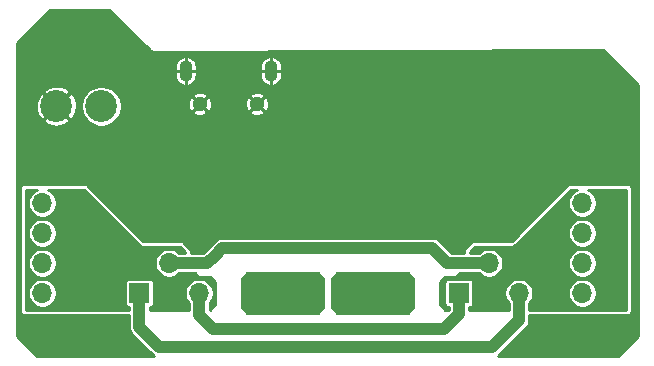
<source format=gbr>
%TF.GenerationSoftware,KiCad,Pcbnew,(5.1.7)-1*%
%TF.CreationDate,2021-01-13T20:41:06+01:00*%
%TF.ProjectId,MicroBBPS,4d696372-6f42-4425-9053-2e6b69636164,rev?*%
%TF.SameCoordinates,Original*%
%TF.FileFunction,Copper,L2,Bot*%
%TF.FilePolarity,Positive*%
%FSLAX46Y46*%
G04 Gerber Fmt 4.6, Leading zero omitted, Abs format (unit mm)*
G04 Created by KiCad (PCBNEW (5.1.7)-1) date 2021-01-13 20:41:06*
%MOMM*%
%LPD*%
G01*
G04 APERTURE LIST*
%TA.AperFunction,ComponentPad*%
%ADD10C,2.700000*%
%TD*%
%TA.AperFunction,ComponentPad*%
%ADD11O,1.100000X1.800000*%
%TD*%
%TA.AperFunction,ComponentPad*%
%ADD12C,1.290000*%
%TD*%
%TA.AperFunction,ComponentPad*%
%ADD13O,1.700000X1.700000*%
%TD*%
%TA.AperFunction,ComponentPad*%
%ADD14R,1.700000X1.700000*%
%TD*%
%TA.AperFunction,ViaPad*%
%ADD15C,0.800000*%
%TD*%
%TA.AperFunction,Conductor*%
%ADD16C,1.000000*%
%TD*%
%TA.AperFunction,Conductor*%
%ADD17C,0.250000*%
%TD*%
%TA.AperFunction,Conductor*%
%ADD18C,0.100000*%
%TD*%
%TA.AperFunction,Conductor*%
%ADD19C,0.254000*%
%TD*%
G04 APERTURE END LIST*
D10*
%TO.P,J5,2*%
%TO.N,GND*%
X1195000Y8200000D03*
%TO.P,J5,1*%
%TO.N,Net-(D2-Pad2)*%
X5005000Y8200000D03*
%TD*%
D11*
%TO.P,J2,6*%
%TO.N,GND*%
X19348000Y11182000D03*
X12148000Y11182000D03*
D12*
X18173000Y8382000D03*
X13323000Y8382000D03*
D11*
X12148000Y11182000D03*
%TD*%
D13*
%TO.P,J9,3*%
%TO.N,+3V3*%
X40355000Y-7620000D03*
%TO.P,J9,4*%
%TO.N,VS*%
X37815000Y-5080000D03*
%TO.P,J9,2*%
%TO.N,/VoutRight*%
X37815000Y-7620000D03*
D14*
%TO.P,J9,1*%
%TO.N,+5V*%
X35275000Y-7620000D03*
%TD*%
D13*
%TO.P,J8,3*%
%TO.N,+5V*%
X13280000Y-7620000D03*
%TO.P,J8,4*%
%TO.N,VS*%
X10740000Y-5080000D03*
%TO.P,J8,2*%
%TO.N,/VoutLeft*%
X10740000Y-7620000D03*
D14*
%TO.P,J8,1*%
%TO.N,+3V3*%
X8200000Y-7620000D03*
%TD*%
D13*
%TO.P,Right1,8*%
%TO.N,GND*%
X45720000Y-7620000D03*
%TO.P,Right1,7*%
%TO.N,/VoutRight*%
X48260000Y-7620000D03*
%TO.P,Right1,6*%
%TO.N,GND*%
X45720000Y-5080000D03*
%TO.P,Right1,5*%
%TO.N,/VoutRight*%
X48260000Y-5080000D03*
%TO.P,Right1,4*%
%TO.N,GND*%
X45720000Y-2540000D03*
%TO.P,Right1,3*%
%TO.N,/VoutRight*%
X48260000Y-2540000D03*
%TO.P,Right1,2*%
%TO.N,GND*%
X45720000Y0D03*
D14*
%TO.P,Right1,1*%
%TO.N,/VoutRight*%
X48260000Y0D03*
%TD*%
D13*
%TO.P,Left1,8*%
%TO.N,GND*%
X0Y-7620000D03*
%TO.P,Left1,7*%
%TO.N,/VoutLeft*%
X2540000Y-7620000D03*
%TO.P,Left1,6*%
%TO.N,GND*%
X0Y-5080000D03*
%TO.P,Left1,5*%
%TO.N,/VoutLeft*%
X2540000Y-5080000D03*
%TO.P,Left1,4*%
%TO.N,GND*%
X0Y-2540000D03*
%TO.P,Left1,3*%
%TO.N,/VoutLeft*%
X2540000Y-2540000D03*
%TO.P,Left1,2*%
%TO.N,GND*%
X0Y0D03*
D14*
%TO.P,Left1,1*%
%TO.N,/VoutLeft*%
X2540000Y0D03*
%TD*%
D15*
%TO.N,VS*%
X32258000Y-3810000D03*
X14605000Y-4445000D03*
%TO.N,Net-(F1-Pad2)*%
X17780000Y-7620000D03*
X20320000Y-7620000D03*
X19050000Y-7620000D03*
X17780000Y-8890000D03*
X19050000Y-6350000D03*
X17780000Y-6350000D03*
X20320000Y-6350000D03*
X20320000Y-8890000D03*
X19050000Y-8890000D03*
X21590000Y-8890000D03*
X22860000Y-7620000D03*
X21590000Y-7620000D03*
X22860000Y-6350000D03*
X21590000Y-6350000D03*
X22860000Y-8890000D03*
%TO.N,Net-(F2-Pad2)*%
X27940000Y-7620000D03*
X26670000Y-7620000D03*
X25400000Y-7620000D03*
X27940000Y-6350000D03*
X25400000Y-6350000D03*
X26670000Y-6350000D03*
X25400000Y-8890000D03*
X27940000Y-8890000D03*
X26670000Y-8890000D03*
X29210000Y-6350000D03*
X29210000Y-7620000D03*
X30480000Y-7620000D03*
X30480000Y-6350000D03*
X30480000Y-8890000D03*
X29210000Y-8890000D03*
%TD*%
D16*
%TO.N,+5V*%
X13280000Y-9470000D02*
X13280000Y-7620000D01*
X14478000Y-10668000D02*
X13280000Y-9470000D01*
X34036000Y-10668000D02*
X14478000Y-10668000D01*
X35275000Y-9429000D02*
X34036000Y-10668000D01*
X35275000Y-7620000D02*
X35275000Y-9429000D01*
%TO.N,VS*%
X34290000Y-5080000D02*
X37815000Y-5080000D01*
X33020000Y-3810000D02*
X34290000Y-5080000D01*
X10740000Y-5080000D02*
X13970000Y-5080000D01*
X32258000Y-3810000D02*
X33020000Y-3810000D01*
X15240000Y-3810000D02*
X32258000Y-3810000D01*
X14605000Y-4445000D02*
X15240000Y-3810000D01*
X13970000Y-5080000D02*
X14605000Y-4445000D01*
%TO.N,+3V3*%
X8200000Y-7620000D02*
X8200000Y-10486000D01*
X8200000Y-10486000D02*
X9906000Y-12192000D01*
X9906000Y-12192000D02*
X38100000Y-12192000D01*
X40355000Y-9937000D02*
X40355000Y-7620000D01*
X38100000Y-12192000D02*
X40355000Y-9937000D01*
%TD*%
D17*
%TO.N,Net-(F1-Pad2)*%
X23751000Y-6401776D02*
X23751000Y-8838224D01*
X23316224Y-9273000D01*
X17323776Y-9273000D01*
X16889000Y-8838224D01*
X16889000Y-6401776D01*
X17323776Y-5967000D01*
X23316224Y-5967000D01*
X23751000Y-6401776D01*
%TA.AperFunction,Conductor*%
D18*
G36*
X23751000Y-6401776D02*
G01*
X23751000Y-8838224D01*
X23316224Y-9273000D01*
X17323776Y-9273000D01*
X16889000Y-8838224D01*
X16889000Y-6401776D01*
X17323776Y-5967000D01*
X23316224Y-5967000D01*
X23751000Y-6401776D01*
G37*
%TD.AperFunction*%
%TD*%
D17*
%TO.N,Net-(F2-Pad2)*%
X31371000Y-6401776D02*
X31371000Y-8838224D01*
X30936224Y-9273000D01*
X24943776Y-9273000D01*
X24509000Y-8838224D01*
X24509000Y-6401776D01*
X24943776Y-5967000D01*
X30936224Y-5967000D01*
X31371000Y-6401776D01*
%TA.AperFunction,Conductor*%
D18*
G36*
X31371000Y-6401776D02*
G01*
X31371000Y-8838224D01*
X30936224Y-9273000D01*
X24943776Y-9273000D01*
X24509000Y-8838224D01*
X24509000Y-6401776D01*
X24943776Y-5967000D01*
X30936224Y-5967000D01*
X31371000Y-6401776D01*
G37*
%TD.AperFunction*%
%TD*%
D17*
%TO.N,GND*%
X9101737Y12938578D02*
X9114735Y12922847D01*
X9144724Y12898402D01*
X9174696Y12873804D01*
X9175288Y12873487D01*
X9175809Y12873063D01*
X9209963Y12854953D01*
X9244185Y12836661D01*
X9244830Y12836465D01*
X9245421Y12836152D01*
X9282480Y12825045D01*
X9319585Y12813789D01*
X9320252Y12813723D01*
X9320897Y12813530D01*
X9359657Y12809842D01*
X9397999Y12806066D01*
X9418298Y12808065D01*
X47459865Y12934450D01*
X50400000Y9994314D01*
X50400001Y-11264313D01*
X48729315Y-12935000D01*
X38566130Y-12935000D01*
X38588476Y-12923056D01*
X38721712Y-12813712D01*
X38749117Y-12780319D01*
X40943326Y-10586111D01*
X40976712Y-10558712D01*
X41086056Y-10425476D01*
X41167305Y-10273468D01*
X41217339Y-10108530D01*
X41230000Y-9979979D01*
X41230000Y-9979978D01*
X41234233Y-9937000D01*
X41230000Y-9894021D01*
X41230000Y-9519000D01*
X49530000Y-9519000D01*
X49603159Y-9511794D01*
X49673506Y-9490455D01*
X49738339Y-9455801D01*
X49795165Y-9409165D01*
X49841801Y-9352339D01*
X49876455Y-9287506D01*
X49897794Y-9217159D01*
X49905000Y-9144000D01*
X49905000Y1270000D01*
X49897794Y1343159D01*
X49876455Y1413506D01*
X49841801Y1478339D01*
X49795165Y1535165D01*
X49738339Y1581801D01*
X49673506Y1616455D01*
X49603159Y1637794D01*
X49530000Y1645000D01*
X44704000Y1645000D01*
X44630841Y1637794D01*
X44560494Y1616455D01*
X44495661Y1581801D01*
X44438835Y1535165D01*
X39722670Y-3181000D01*
X36576000Y-3181000D01*
X36502841Y-3188206D01*
X36432494Y-3209545D01*
X36367661Y-3244199D01*
X36310835Y-3290835D01*
X35802835Y-3798835D01*
X35756199Y-3855661D01*
X35721545Y-3920494D01*
X35700206Y-3990841D01*
X35693000Y-4064000D01*
X35693000Y-4205000D01*
X34652437Y-4205000D01*
X33669116Y-3221680D01*
X33641712Y-3188288D01*
X33508476Y-3078944D01*
X33356468Y-2997695D01*
X33191530Y-2947661D01*
X33062979Y-2935000D01*
X33020000Y-2930767D01*
X32977021Y-2935000D01*
X15282979Y-2935000D01*
X15240000Y-2930767D01*
X15197021Y-2935000D01*
X15068470Y-2947661D01*
X14903532Y-2997695D01*
X14751524Y-3078944D01*
X14618288Y-3188288D01*
X14590888Y-3221676D01*
X14016677Y-3795887D01*
X14016672Y-3795891D01*
X13607564Y-4205000D01*
X12567000Y-4205000D01*
X12567000Y-4064000D01*
X12559794Y-3990841D01*
X12538455Y-3920494D01*
X12503801Y-3855661D01*
X12457165Y-3798835D01*
X11949165Y-3290835D01*
X11892339Y-3244199D01*
X11827506Y-3209545D01*
X11757159Y-3188206D01*
X11684000Y-3181000D01*
X8537330Y-3181000D01*
X3821165Y1535165D01*
X3764339Y1581801D01*
X3699506Y1616455D01*
X3629159Y1637794D01*
X3556000Y1645000D01*
X-1524000Y1645000D01*
X-1597159Y1637794D01*
X-1667506Y1616455D01*
X-1732339Y1581801D01*
X-1789165Y1535165D01*
X-1835801Y1478339D01*
X-1870455Y1413506D01*
X-1891794Y1343159D01*
X-1899000Y1270000D01*
X-1899000Y-9144000D01*
X-1891794Y-9217159D01*
X-1870455Y-9287506D01*
X-1835801Y-9352339D01*
X-1789165Y-9409165D01*
X-1732339Y-9455801D01*
X-1667506Y-9490455D01*
X-1597159Y-9511794D01*
X-1524000Y-9519000D01*
X7325001Y-9519000D01*
X7325001Y-10443011D01*
X7320767Y-10486000D01*
X7337661Y-10657529D01*
X7387695Y-10822467D01*
X7425516Y-10893226D01*
X7468945Y-10974476D01*
X7578289Y-11107712D01*
X7611676Y-11135112D01*
X9256883Y-12780319D01*
X9284288Y-12813712D01*
X9417524Y-12923056D01*
X9439870Y-12935000D01*
X-469314Y-12935000D01*
X-2140000Y-11264315D01*
X-2140000Y7023087D01*
X53443Y7023087D01*
X196495Y6783144D01*
X492096Y6615570D01*
X814709Y6508885D01*
X1151937Y6467188D01*
X1490820Y6492083D01*
X1818334Y6582611D01*
X2121893Y6735295D01*
X2193505Y6783144D01*
X2336557Y7023087D01*
X1195000Y8164645D01*
X53443Y7023087D01*
X-2140000Y7023087D01*
X-2140000Y8243063D01*
X-537812Y8243063D01*
X-512917Y7904180D01*
X-422389Y7576666D01*
X-269705Y7273107D01*
X-221856Y7201495D01*
X18087Y7058443D01*
X1159645Y8200000D01*
X1230355Y8200000D01*
X2371913Y7058443D01*
X2611856Y7201495D01*
X2779430Y7497096D01*
X2886115Y7819709D01*
X2927812Y8156937D01*
X2912168Y8369898D01*
X3280000Y8369898D01*
X3280000Y8030102D01*
X3346290Y7696836D01*
X3476324Y7382906D01*
X3665105Y7100376D01*
X3905376Y6860105D01*
X4187906Y6671324D01*
X4501836Y6541290D01*
X4835102Y6475000D01*
X5174898Y6475000D01*
X5508164Y6541290D01*
X5822094Y6671324D01*
X6104624Y6860105D01*
X6344895Y7100376D01*
X6533676Y7382906D01*
X6663710Y7696836D01*
X6665555Y7706113D01*
X12682468Y7706113D01*
X12740963Y7538362D01*
X12916733Y7441023D01*
X13108114Y7379844D01*
X13307754Y7357178D01*
X13507980Y7373896D01*
X13701097Y7429353D01*
X13879684Y7521421D01*
X13905037Y7538362D01*
X13963532Y7706113D01*
X17532468Y7706113D01*
X17590963Y7538362D01*
X17766733Y7441023D01*
X17958114Y7379844D01*
X18157754Y7357178D01*
X18357980Y7373896D01*
X18551097Y7429353D01*
X18729684Y7521421D01*
X18755037Y7538362D01*
X18813532Y7706113D01*
X18173000Y8346645D01*
X17532468Y7706113D01*
X13963532Y7706113D01*
X13323000Y8346645D01*
X12682468Y7706113D01*
X6665555Y7706113D01*
X6730000Y8030102D01*
X6730000Y8369898D01*
X6724561Y8397246D01*
X12298178Y8397246D01*
X12314896Y8197020D01*
X12370353Y8003903D01*
X12462421Y7825316D01*
X12479362Y7799963D01*
X12647113Y7741468D01*
X13287645Y8382000D01*
X13358355Y8382000D01*
X13998887Y7741468D01*
X14166638Y7799963D01*
X14263977Y7975733D01*
X14325156Y8167114D01*
X14347822Y8366754D01*
X14345277Y8397246D01*
X17148178Y8397246D01*
X17164896Y8197020D01*
X17220353Y8003903D01*
X17312421Y7825316D01*
X17329362Y7799963D01*
X17497113Y7741468D01*
X18137645Y8382000D01*
X18208355Y8382000D01*
X18848887Y7741468D01*
X19016638Y7799963D01*
X19113977Y7975733D01*
X19175156Y8167114D01*
X19197822Y8366754D01*
X19181104Y8566980D01*
X19125647Y8760097D01*
X19033579Y8938684D01*
X19016638Y8964037D01*
X18848887Y9022532D01*
X18208355Y8382000D01*
X18137645Y8382000D01*
X17497113Y9022532D01*
X17329362Y8964037D01*
X17232023Y8788267D01*
X17170844Y8596886D01*
X17148178Y8397246D01*
X14345277Y8397246D01*
X14331104Y8566980D01*
X14275647Y8760097D01*
X14183579Y8938684D01*
X14166638Y8964037D01*
X13998887Y9022532D01*
X13358355Y8382000D01*
X13287645Y8382000D01*
X12647113Y9022532D01*
X12479362Y8964037D01*
X12382023Y8788267D01*
X12320844Y8596886D01*
X12298178Y8397246D01*
X6724561Y8397246D01*
X6663710Y8703164D01*
X6533676Y9017094D01*
X6506419Y9057887D01*
X12682468Y9057887D01*
X13323000Y8417355D01*
X13963532Y9057887D01*
X17532468Y9057887D01*
X18173000Y8417355D01*
X18813532Y9057887D01*
X18755037Y9225638D01*
X18579267Y9322977D01*
X18387886Y9384156D01*
X18188246Y9406822D01*
X17988020Y9390104D01*
X17794903Y9334647D01*
X17616316Y9242579D01*
X17590963Y9225638D01*
X17532468Y9057887D01*
X13963532Y9057887D01*
X13905037Y9225638D01*
X13729267Y9322977D01*
X13537886Y9384156D01*
X13338246Y9406822D01*
X13138020Y9390104D01*
X12944903Y9334647D01*
X12766316Y9242579D01*
X12740963Y9225638D01*
X12682468Y9057887D01*
X6506419Y9057887D01*
X6344895Y9299624D01*
X6104624Y9539895D01*
X5822094Y9728676D01*
X5508164Y9858710D01*
X5174898Y9925000D01*
X4835102Y9925000D01*
X4501836Y9858710D01*
X4187906Y9728676D01*
X3905376Y9539895D01*
X3665105Y9299624D01*
X3476324Y9017094D01*
X3346290Y8703164D01*
X3280000Y8369898D01*
X2912168Y8369898D01*
X2902917Y8495820D01*
X2812389Y8823334D01*
X2659705Y9126893D01*
X2611856Y9198505D01*
X2371913Y9341557D01*
X1230355Y8200000D01*
X1159645Y8200000D01*
X18087Y9341557D01*
X-221856Y9198505D01*
X-389430Y8902904D01*
X-496115Y8580291D01*
X-537812Y8243063D01*
X-2140000Y8243063D01*
X-2140000Y9376913D01*
X53443Y9376913D01*
X1195000Y8235355D01*
X2336557Y9376913D01*
X2193505Y9616856D01*
X1897904Y9784430D01*
X1575291Y9891115D01*
X1238063Y9932812D01*
X899180Y9907917D01*
X571666Y9817389D01*
X268107Y9664705D01*
X196495Y9616856D01*
X53443Y9376913D01*
X-2140000Y9376913D01*
X-2140000Y11157000D01*
X11223000Y11157000D01*
X11223000Y10807000D01*
X11245651Y10627022D01*
X11302979Y10454921D01*
X11392780Y10297311D01*
X11511604Y10160249D01*
X11654884Y10049002D01*
X11817114Y9967845D01*
X11978659Y9922633D01*
X12123000Y10001126D01*
X12123000Y11157000D01*
X12173000Y11157000D01*
X12173000Y10001126D01*
X12317341Y9922633D01*
X12478886Y9967845D01*
X12641116Y10049002D01*
X12784396Y10160249D01*
X12903220Y10297311D01*
X12993021Y10454921D01*
X13050349Y10627022D01*
X13073000Y10807000D01*
X13073000Y11157000D01*
X18423000Y11157000D01*
X18423000Y10807000D01*
X18445651Y10627022D01*
X18502979Y10454921D01*
X18592780Y10297311D01*
X18711604Y10160249D01*
X18854884Y10049002D01*
X19017114Y9967845D01*
X19178659Y9922633D01*
X19323000Y10001126D01*
X19323000Y11157000D01*
X19373000Y11157000D01*
X19373000Y10001126D01*
X19517341Y9922633D01*
X19678886Y9967845D01*
X19841116Y10049002D01*
X19984396Y10160249D01*
X20103220Y10297311D01*
X20193021Y10454921D01*
X20250349Y10627022D01*
X20273000Y10807000D01*
X20273000Y11157000D01*
X19373000Y11157000D01*
X19323000Y11157000D01*
X18423000Y11157000D01*
X13073000Y11157000D01*
X12173000Y11157000D01*
X12123000Y11157000D01*
X11223000Y11157000D01*
X-2140000Y11157000D01*
X-2140000Y11557000D01*
X11223000Y11557000D01*
X11223000Y11207000D01*
X12123000Y11207000D01*
X12123000Y12362874D01*
X12173000Y12362874D01*
X12173000Y11207000D01*
X13073000Y11207000D01*
X13073000Y11557000D01*
X18423000Y11557000D01*
X18423000Y11207000D01*
X19323000Y11207000D01*
X19323000Y12362874D01*
X19373000Y12362874D01*
X19373000Y11207000D01*
X20273000Y11207000D01*
X20273000Y11557000D01*
X20250349Y11736978D01*
X20193021Y11909079D01*
X20103220Y12066689D01*
X19984396Y12203751D01*
X19841116Y12314998D01*
X19678886Y12396155D01*
X19517341Y12441367D01*
X19373000Y12362874D01*
X19323000Y12362874D01*
X19178659Y12441367D01*
X19017114Y12396155D01*
X18854884Y12314998D01*
X18711604Y12203751D01*
X18592780Y12066689D01*
X18502979Y11909079D01*
X18445651Y11736978D01*
X18423000Y11557000D01*
X13073000Y11557000D01*
X13050349Y11736978D01*
X12993021Y11909079D01*
X12903220Y12066689D01*
X12784396Y12203751D01*
X12641116Y12314998D01*
X12478886Y12396155D01*
X12317341Y12441367D01*
X12173000Y12362874D01*
X12123000Y12362874D01*
X11978659Y12441367D01*
X11817114Y12396155D01*
X11654884Y12314998D01*
X11511604Y12203751D01*
X11392780Y12066689D01*
X11302979Y11909079D01*
X11245651Y11736978D01*
X11223000Y11557000D01*
X-2140000Y11557000D01*
X-2140000Y13550315D01*
X673686Y16364000D01*
X5676315Y16364000D01*
X9101737Y12938578D01*
%TA.AperFunction,Conductor*%
D18*
G36*
X9101737Y12938578D02*
G01*
X9114735Y12922847D01*
X9144724Y12898402D01*
X9174696Y12873804D01*
X9175288Y12873487D01*
X9175809Y12873063D01*
X9209963Y12854953D01*
X9244185Y12836661D01*
X9244830Y12836465D01*
X9245421Y12836152D01*
X9282480Y12825045D01*
X9319585Y12813789D01*
X9320252Y12813723D01*
X9320897Y12813530D01*
X9359657Y12809842D01*
X9397999Y12806066D01*
X9418298Y12808065D01*
X47459865Y12934450D01*
X50400000Y9994314D01*
X50400001Y-11264313D01*
X48729315Y-12935000D01*
X38566130Y-12935000D01*
X38588476Y-12923056D01*
X38721712Y-12813712D01*
X38749117Y-12780319D01*
X40943326Y-10586111D01*
X40976712Y-10558712D01*
X41086056Y-10425476D01*
X41167305Y-10273468D01*
X41217339Y-10108530D01*
X41230000Y-9979979D01*
X41230000Y-9979978D01*
X41234233Y-9937000D01*
X41230000Y-9894021D01*
X41230000Y-9519000D01*
X49530000Y-9519000D01*
X49603159Y-9511794D01*
X49673506Y-9490455D01*
X49738339Y-9455801D01*
X49795165Y-9409165D01*
X49841801Y-9352339D01*
X49876455Y-9287506D01*
X49897794Y-9217159D01*
X49905000Y-9144000D01*
X49905000Y1270000D01*
X49897794Y1343159D01*
X49876455Y1413506D01*
X49841801Y1478339D01*
X49795165Y1535165D01*
X49738339Y1581801D01*
X49673506Y1616455D01*
X49603159Y1637794D01*
X49530000Y1645000D01*
X44704000Y1645000D01*
X44630841Y1637794D01*
X44560494Y1616455D01*
X44495661Y1581801D01*
X44438835Y1535165D01*
X39722670Y-3181000D01*
X36576000Y-3181000D01*
X36502841Y-3188206D01*
X36432494Y-3209545D01*
X36367661Y-3244199D01*
X36310835Y-3290835D01*
X35802835Y-3798835D01*
X35756199Y-3855661D01*
X35721545Y-3920494D01*
X35700206Y-3990841D01*
X35693000Y-4064000D01*
X35693000Y-4205000D01*
X34652437Y-4205000D01*
X33669116Y-3221680D01*
X33641712Y-3188288D01*
X33508476Y-3078944D01*
X33356468Y-2997695D01*
X33191530Y-2947661D01*
X33062979Y-2935000D01*
X33020000Y-2930767D01*
X32977021Y-2935000D01*
X15282979Y-2935000D01*
X15240000Y-2930767D01*
X15197021Y-2935000D01*
X15068470Y-2947661D01*
X14903532Y-2997695D01*
X14751524Y-3078944D01*
X14618288Y-3188288D01*
X14590888Y-3221676D01*
X14016677Y-3795887D01*
X14016672Y-3795891D01*
X13607564Y-4205000D01*
X12567000Y-4205000D01*
X12567000Y-4064000D01*
X12559794Y-3990841D01*
X12538455Y-3920494D01*
X12503801Y-3855661D01*
X12457165Y-3798835D01*
X11949165Y-3290835D01*
X11892339Y-3244199D01*
X11827506Y-3209545D01*
X11757159Y-3188206D01*
X11684000Y-3181000D01*
X8537330Y-3181000D01*
X3821165Y1535165D01*
X3764339Y1581801D01*
X3699506Y1616455D01*
X3629159Y1637794D01*
X3556000Y1645000D01*
X-1524000Y1645000D01*
X-1597159Y1637794D01*
X-1667506Y1616455D01*
X-1732339Y1581801D01*
X-1789165Y1535165D01*
X-1835801Y1478339D01*
X-1870455Y1413506D01*
X-1891794Y1343159D01*
X-1899000Y1270000D01*
X-1899000Y-9144000D01*
X-1891794Y-9217159D01*
X-1870455Y-9287506D01*
X-1835801Y-9352339D01*
X-1789165Y-9409165D01*
X-1732339Y-9455801D01*
X-1667506Y-9490455D01*
X-1597159Y-9511794D01*
X-1524000Y-9519000D01*
X7325001Y-9519000D01*
X7325001Y-10443011D01*
X7320767Y-10486000D01*
X7337661Y-10657529D01*
X7387695Y-10822467D01*
X7425516Y-10893226D01*
X7468945Y-10974476D01*
X7578289Y-11107712D01*
X7611676Y-11135112D01*
X9256883Y-12780319D01*
X9284288Y-12813712D01*
X9417524Y-12923056D01*
X9439870Y-12935000D01*
X-469314Y-12935000D01*
X-2140000Y-11264315D01*
X-2140000Y7023087D01*
X53443Y7023087D01*
X196495Y6783144D01*
X492096Y6615570D01*
X814709Y6508885D01*
X1151937Y6467188D01*
X1490820Y6492083D01*
X1818334Y6582611D01*
X2121893Y6735295D01*
X2193505Y6783144D01*
X2336557Y7023087D01*
X1195000Y8164645D01*
X53443Y7023087D01*
X-2140000Y7023087D01*
X-2140000Y8243063D01*
X-537812Y8243063D01*
X-512917Y7904180D01*
X-422389Y7576666D01*
X-269705Y7273107D01*
X-221856Y7201495D01*
X18087Y7058443D01*
X1159645Y8200000D01*
X1230355Y8200000D01*
X2371913Y7058443D01*
X2611856Y7201495D01*
X2779430Y7497096D01*
X2886115Y7819709D01*
X2927812Y8156937D01*
X2912168Y8369898D01*
X3280000Y8369898D01*
X3280000Y8030102D01*
X3346290Y7696836D01*
X3476324Y7382906D01*
X3665105Y7100376D01*
X3905376Y6860105D01*
X4187906Y6671324D01*
X4501836Y6541290D01*
X4835102Y6475000D01*
X5174898Y6475000D01*
X5508164Y6541290D01*
X5822094Y6671324D01*
X6104624Y6860105D01*
X6344895Y7100376D01*
X6533676Y7382906D01*
X6663710Y7696836D01*
X6665555Y7706113D01*
X12682468Y7706113D01*
X12740963Y7538362D01*
X12916733Y7441023D01*
X13108114Y7379844D01*
X13307754Y7357178D01*
X13507980Y7373896D01*
X13701097Y7429353D01*
X13879684Y7521421D01*
X13905037Y7538362D01*
X13963532Y7706113D01*
X17532468Y7706113D01*
X17590963Y7538362D01*
X17766733Y7441023D01*
X17958114Y7379844D01*
X18157754Y7357178D01*
X18357980Y7373896D01*
X18551097Y7429353D01*
X18729684Y7521421D01*
X18755037Y7538362D01*
X18813532Y7706113D01*
X18173000Y8346645D01*
X17532468Y7706113D01*
X13963532Y7706113D01*
X13323000Y8346645D01*
X12682468Y7706113D01*
X6665555Y7706113D01*
X6730000Y8030102D01*
X6730000Y8369898D01*
X6724561Y8397246D01*
X12298178Y8397246D01*
X12314896Y8197020D01*
X12370353Y8003903D01*
X12462421Y7825316D01*
X12479362Y7799963D01*
X12647113Y7741468D01*
X13287645Y8382000D01*
X13358355Y8382000D01*
X13998887Y7741468D01*
X14166638Y7799963D01*
X14263977Y7975733D01*
X14325156Y8167114D01*
X14347822Y8366754D01*
X14345277Y8397246D01*
X17148178Y8397246D01*
X17164896Y8197020D01*
X17220353Y8003903D01*
X17312421Y7825316D01*
X17329362Y7799963D01*
X17497113Y7741468D01*
X18137645Y8382000D01*
X18208355Y8382000D01*
X18848887Y7741468D01*
X19016638Y7799963D01*
X19113977Y7975733D01*
X19175156Y8167114D01*
X19197822Y8366754D01*
X19181104Y8566980D01*
X19125647Y8760097D01*
X19033579Y8938684D01*
X19016638Y8964037D01*
X18848887Y9022532D01*
X18208355Y8382000D01*
X18137645Y8382000D01*
X17497113Y9022532D01*
X17329362Y8964037D01*
X17232023Y8788267D01*
X17170844Y8596886D01*
X17148178Y8397246D01*
X14345277Y8397246D01*
X14331104Y8566980D01*
X14275647Y8760097D01*
X14183579Y8938684D01*
X14166638Y8964037D01*
X13998887Y9022532D01*
X13358355Y8382000D01*
X13287645Y8382000D01*
X12647113Y9022532D01*
X12479362Y8964037D01*
X12382023Y8788267D01*
X12320844Y8596886D01*
X12298178Y8397246D01*
X6724561Y8397246D01*
X6663710Y8703164D01*
X6533676Y9017094D01*
X6506419Y9057887D01*
X12682468Y9057887D01*
X13323000Y8417355D01*
X13963532Y9057887D01*
X17532468Y9057887D01*
X18173000Y8417355D01*
X18813532Y9057887D01*
X18755037Y9225638D01*
X18579267Y9322977D01*
X18387886Y9384156D01*
X18188246Y9406822D01*
X17988020Y9390104D01*
X17794903Y9334647D01*
X17616316Y9242579D01*
X17590963Y9225638D01*
X17532468Y9057887D01*
X13963532Y9057887D01*
X13905037Y9225638D01*
X13729267Y9322977D01*
X13537886Y9384156D01*
X13338246Y9406822D01*
X13138020Y9390104D01*
X12944903Y9334647D01*
X12766316Y9242579D01*
X12740963Y9225638D01*
X12682468Y9057887D01*
X6506419Y9057887D01*
X6344895Y9299624D01*
X6104624Y9539895D01*
X5822094Y9728676D01*
X5508164Y9858710D01*
X5174898Y9925000D01*
X4835102Y9925000D01*
X4501836Y9858710D01*
X4187906Y9728676D01*
X3905376Y9539895D01*
X3665105Y9299624D01*
X3476324Y9017094D01*
X3346290Y8703164D01*
X3280000Y8369898D01*
X2912168Y8369898D01*
X2902917Y8495820D01*
X2812389Y8823334D01*
X2659705Y9126893D01*
X2611856Y9198505D01*
X2371913Y9341557D01*
X1230355Y8200000D01*
X1159645Y8200000D01*
X18087Y9341557D01*
X-221856Y9198505D01*
X-389430Y8902904D01*
X-496115Y8580291D01*
X-537812Y8243063D01*
X-2140000Y8243063D01*
X-2140000Y9376913D01*
X53443Y9376913D01*
X1195000Y8235355D01*
X2336557Y9376913D01*
X2193505Y9616856D01*
X1897904Y9784430D01*
X1575291Y9891115D01*
X1238063Y9932812D01*
X899180Y9907917D01*
X571666Y9817389D01*
X268107Y9664705D01*
X196495Y9616856D01*
X53443Y9376913D01*
X-2140000Y9376913D01*
X-2140000Y11157000D01*
X11223000Y11157000D01*
X11223000Y10807000D01*
X11245651Y10627022D01*
X11302979Y10454921D01*
X11392780Y10297311D01*
X11511604Y10160249D01*
X11654884Y10049002D01*
X11817114Y9967845D01*
X11978659Y9922633D01*
X12123000Y10001126D01*
X12123000Y11157000D01*
X12173000Y11157000D01*
X12173000Y10001126D01*
X12317341Y9922633D01*
X12478886Y9967845D01*
X12641116Y10049002D01*
X12784396Y10160249D01*
X12903220Y10297311D01*
X12993021Y10454921D01*
X13050349Y10627022D01*
X13073000Y10807000D01*
X13073000Y11157000D01*
X18423000Y11157000D01*
X18423000Y10807000D01*
X18445651Y10627022D01*
X18502979Y10454921D01*
X18592780Y10297311D01*
X18711604Y10160249D01*
X18854884Y10049002D01*
X19017114Y9967845D01*
X19178659Y9922633D01*
X19323000Y10001126D01*
X19323000Y11157000D01*
X19373000Y11157000D01*
X19373000Y10001126D01*
X19517341Y9922633D01*
X19678886Y9967845D01*
X19841116Y10049002D01*
X19984396Y10160249D01*
X20103220Y10297311D01*
X20193021Y10454921D01*
X20250349Y10627022D01*
X20273000Y10807000D01*
X20273000Y11157000D01*
X19373000Y11157000D01*
X19323000Y11157000D01*
X18423000Y11157000D01*
X13073000Y11157000D01*
X12173000Y11157000D01*
X12123000Y11157000D01*
X11223000Y11157000D01*
X-2140000Y11157000D01*
X-2140000Y11557000D01*
X11223000Y11557000D01*
X11223000Y11207000D01*
X12123000Y11207000D01*
X12123000Y12362874D01*
X12173000Y12362874D01*
X12173000Y11207000D01*
X13073000Y11207000D01*
X13073000Y11557000D01*
X18423000Y11557000D01*
X18423000Y11207000D01*
X19323000Y11207000D01*
X19323000Y12362874D01*
X19373000Y12362874D01*
X19373000Y11207000D01*
X20273000Y11207000D01*
X20273000Y11557000D01*
X20250349Y11736978D01*
X20193021Y11909079D01*
X20103220Y12066689D01*
X19984396Y12203751D01*
X19841116Y12314998D01*
X19678886Y12396155D01*
X19517341Y12441367D01*
X19373000Y12362874D01*
X19323000Y12362874D01*
X19178659Y12441367D01*
X19017114Y12396155D01*
X18854884Y12314998D01*
X18711604Y12203751D01*
X18592780Y12066689D01*
X18502979Y11909079D01*
X18445651Y11736978D01*
X18423000Y11557000D01*
X13073000Y11557000D01*
X13050349Y11736978D01*
X12993021Y11909079D01*
X12903220Y12066689D01*
X12784396Y12203751D01*
X12641116Y12314998D01*
X12478886Y12396155D01*
X12317341Y12441367D01*
X12173000Y12362874D01*
X12123000Y12362874D01*
X11978659Y12441367D01*
X11817114Y12396155D01*
X11654884Y12314998D01*
X11511604Y12203751D01*
X11392780Y12066689D01*
X11302979Y11909079D01*
X11245651Y11736978D01*
X11223000Y11557000D01*
X-2140000Y11557000D01*
X-2140000Y13550315D01*
X673686Y16364000D01*
X5676315Y16364000D01*
X9101737Y12938578D01*
G37*
%TD.AperFunction*%
%TD*%
D19*
%TO.N,/VoutLeft*%
X-581202Y1087353D02*
X-782167Y953073D01*
X-953073Y782167D01*
X-1087353Y581202D01*
X-1179847Y357903D01*
X-1227000Y120849D01*
X-1227000Y-120849D01*
X-1179847Y-357903D01*
X-1087353Y-581202D01*
X-953073Y-782167D01*
X-782167Y-953073D01*
X-581202Y-1087353D01*
X-357903Y-1179847D01*
X-120849Y-1227000D01*
X120849Y-1227000D01*
X357903Y-1179847D01*
X581202Y-1087353D01*
X782167Y-953073D01*
X953073Y-782167D01*
X1087353Y-581202D01*
X1179847Y-357903D01*
X1227000Y-120849D01*
X1227000Y120849D01*
X1179847Y357903D01*
X1087353Y581202D01*
X953073Y782167D01*
X782167Y953073D01*
X581202Y1087353D01*
X446859Y1143000D01*
X3503394Y1143000D01*
X8292197Y-3645803D01*
X8311443Y-3661597D01*
X8333399Y-3673333D01*
X8357224Y-3680560D01*
X8382000Y-3683000D01*
X11631394Y-3683000D01*
X12065000Y-4116606D01*
X12065000Y-4203000D01*
X11598240Y-4203000D01*
X11522167Y-4126927D01*
X11321202Y-3992647D01*
X11097903Y-3900153D01*
X10860849Y-3853000D01*
X10619151Y-3853000D01*
X10382097Y-3900153D01*
X10158798Y-3992647D01*
X9957833Y-4126927D01*
X9786927Y-4297833D01*
X9652647Y-4498798D01*
X9560153Y-4722097D01*
X9513000Y-4959151D01*
X9513000Y-5200849D01*
X9560153Y-5437903D01*
X9652647Y-5661202D01*
X9786927Y-5862167D01*
X9957833Y-6033073D01*
X10158798Y-6167353D01*
X10382097Y-6259847D01*
X10619151Y-6307000D01*
X10860849Y-6307000D01*
X11097903Y-6259847D01*
X11321202Y-6167353D01*
X11522167Y-6033073D01*
X11598240Y-5957000D01*
X12889394Y-5957000D01*
X13118197Y-6185803D01*
X13137443Y-6201597D01*
X13159399Y-6213333D01*
X13183224Y-6220560D01*
X13208000Y-6223000D01*
X14171394Y-6223000D01*
X14605000Y-6656606D01*
X14605000Y-8583394D01*
X14171394Y-9017000D01*
X14157000Y-9017000D01*
X14157000Y-8478240D01*
X14233073Y-8402167D01*
X14367353Y-8201202D01*
X14459847Y-7977903D01*
X14507000Y-7740849D01*
X14507000Y-7499151D01*
X14459847Y-7262097D01*
X14367353Y-7038798D01*
X14233073Y-6837833D01*
X14062167Y-6666927D01*
X13861202Y-6532647D01*
X13637903Y-6440153D01*
X13400849Y-6393000D01*
X13159151Y-6393000D01*
X12922097Y-6440153D01*
X12698798Y-6532647D01*
X12497833Y-6666927D01*
X12326927Y-6837833D01*
X12192647Y-7038798D01*
X12100153Y-7262097D01*
X12053000Y-7499151D01*
X12053000Y-7740849D01*
X12100153Y-7977903D01*
X12192647Y-8201202D01*
X12326927Y-8402167D01*
X12403001Y-8478241D01*
X12403000Y-9017000D01*
X9077000Y-9017000D01*
X9077000Y-8846165D01*
X9123905Y-8841545D01*
X9194970Y-8819988D01*
X9260463Y-8784981D01*
X9317869Y-8737869D01*
X9364981Y-8680463D01*
X9399988Y-8614970D01*
X9421545Y-8543905D01*
X9428824Y-8470000D01*
X9428824Y-6770000D01*
X9421545Y-6696095D01*
X9399988Y-6625030D01*
X9364981Y-6559537D01*
X9317869Y-6502131D01*
X9260463Y-6455019D01*
X9194970Y-6420012D01*
X9123905Y-6398455D01*
X9050000Y-6391176D01*
X7350000Y-6391176D01*
X7276095Y-6398455D01*
X7205030Y-6420012D01*
X7139537Y-6455019D01*
X7082131Y-6502131D01*
X7035019Y-6559537D01*
X7000012Y-6625030D01*
X6978455Y-6696095D01*
X6971176Y-6770000D01*
X6971176Y-8470000D01*
X6978455Y-8543905D01*
X7000012Y-8614970D01*
X7035019Y-8680463D01*
X7082131Y-8737869D01*
X7139537Y-8784981D01*
X7205030Y-8819988D01*
X7276095Y-8841545D01*
X7323000Y-8846165D01*
X7323000Y-9017000D01*
X-1397000Y-9017000D01*
X-1397000Y-7499151D01*
X-1227000Y-7499151D01*
X-1227000Y-7740849D01*
X-1179847Y-7977903D01*
X-1087353Y-8201202D01*
X-953073Y-8402167D01*
X-782167Y-8573073D01*
X-581202Y-8707353D01*
X-357903Y-8799847D01*
X-120849Y-8847000D01*
X120849Y-8847000D01*
X357903Y-8799847D01*
X581202Y-8707353D01*
X782167Y-8573073D01*
X953073Y-8402167D01*
X1087353Y-8201202D01*
X1179847Y-7977903D01*
X1227000Y-7740849D01*
X1227000Y-7499151D01*
X1179847Y-7262097D01*
X1087353Y-7038798D01*
X953073Y-6837833D01*
X782167Y-6666927D01*
X581202Y-6532647D01*
X357903Y-6440153D01*
X120849Y-6393000D01*
X-120849Y-6393000D01*
X-357903Y-6440153D01*
X-581202Y-6532647D01*
X-782167Y-6666927D01*
X-953073Y-6837833D01*
X-1087353Y-7038798D01*
X-1179847Y-7262097D01*
X-1227000Y-7499151D01*
X-1397000Y-7499151D01*
X-1397000Y-4959151D01*
X-1227000Y-4959151D01*
X-1227000Y-5200849D01*
X-1179847Y-5437903D01*
X-1087353Y-5661202D01*
X-953073Y-5862167D01*
X-782167Y-6033073D01*
X-581202Y-6167353D01*
X-357903Y-6259847D01*
X-120849Y-6307000D01*
X120849Y-6307000D01*
X357903Y-6259847D01*
X581202Y-6167353D01*
X782167Y-6033073D01*
X953073Y-5862167D01*
X1087353Y-5661202D01*
X1179847Y-5437903D01*
X1227000Y-5200849D01*
X1227000Y-4959151D01*
X1179847Y-4722097D01*
X1087353Y-4498798D01*
X953073Y-4297833D01*
X782167Y-4126927D01*
X581202Y-3992647D01*
X357903Y-3900153D01*
X120849Y-3853000D01*
X-120849Y-3853000D01*
X-357903Y-3900153D01*
X-581202Y-3992647D01*
X-782167Y-4126927D01*
X-953073Y-4297833D01*
X-1087353Y-4498798D01*
X-1179847Y-4722097D01*
X-1227000Y-4959151D01*
X-1397000Y-4959151D01*
X-1397000Y-2419151D01*
X-1227000Y-2419151D01*
X-1227000Y-2660849D01*
X-1179847Y-2897903D01*
X-1087353Y-3121202D01*
X-953073Y-3322167D01*
X-782167Y-3493073D01*
X-581202Y-3627353D01*
X-357903Y-3719847D01*
X-120849Y-3767000D01*
X120849Y-3767000D01*
X357903Y-3719847D01*
X581202Y-3627353D01*
X782167Y-3493073D01*
X953073Y-3322167D01*
X1087353Y-3121202D01*
X1179847Y-2897903D01*
X1227000Y-2660849D01*
X1227000Y-2419151D01*
X1179847Y-2182097D01*
X1087353Y-1958798D01*
X953073Y-1757833D01*
X782167Y-1586927D01*
X581202Y-1452647D01*
X357903Y-1360153D01*
X120849Y-1313000D01*
X-120849Y-1313000D01*
X-357903Y-1360153D01*
X-581202Y-1452647D01*
X-782167Y-1586927D01*
X-953073Y-1757833D01*
X-1087353Y-1958798D01*
X-1179847Y-2182097D01*
X-1227000Y-2419151D01*
X-1397000Y-2419151D01*
X-1397000Y1143000D01*
X-446859Y1143000D01*
X-581202Y1087353D01*
%TA.AperFunction,Conductor*%
D18*
G36*
X-581202Y1087353D02*
G01*
X-782167Y953073D01*
X-953073Y782167D01*
X-1087353Y581202D01*
X-1179847Y357903D01*
X-1227000Y120849D01*
X-1227000Y-120849D01*
X-1179847Y-357903D01*
X-1087353Y-581202D01*
X-953073Y-782167D01*
X-782167Y-953073D01*
X-581202Y-1087353D01*
X-357903Y-1179847D01*
X-120849Y-1227000D01*
X120849Y-1227000D01*
X357903Y-1179847D01*
X581202Y-1087353D01*
X782167Y-953073D01*
X953073Y-782167D01*
X1087353Y-581202D01*
X1179847Y-357903D01*
X1227000Y-120849D01*
X1227000Y120849D01*
X1179847Y357903D01*
X1087353Y581202D01*
X953073Y782167D01*
X782167Y953073D01*
X581202Y1087353D01*
X446859Y1143000D01*
X3503394Y1143000D01*
X8292197Y-3645803D01*
X8311443Y-3661597D01*
X8333399Y-3673333D01*
X8357224Y-3680560D01*
X8382000Y-3683000D01*
X11631394Y-3683000D01*
X12065000Y-4116606D01*
X12065000Y-4203000D01*
X11598240Y-4203000D01*
X11522167Y-4126927D01*
X11321202Y-3992647D01*
X11097903Y-3900153D01*
X10860849Y-3853000D01*
X10619151Y-3853000D01*
X10382097Y-3900153D01*
X10158798Y-3992647D01*
X9957833Y-4126927D01*
X9786927Y-4297833D01*
X9652647Y-4498798D01*
X9560153Y-4722097D01*
X9513000Y-4959151D01*
X9513000Y-5200849D01*
X9560153Y-5437903D01*
X9652647Y-5661202D01*
X9786927Y-5862167D01*
X9957833Y-6033073D01*
X10158798Y-6167353D01*
X10382097Y-6259847D01*
X10619151Y-6307000D01*
X10860849Y-6307000D01*
X11097903Y-6259847D01*
X11321202Y-6167353D01*
X11522167Y-6033073D01*
X11598240Y-5957000D01*
X12889394Y-5957000D01*
X13118197Y-6185803D01*
X13137443Y-6201597D01*
X13159399Y-6213333D01*
X13183224Y-6220560D01*
X13208000Y-6223000D01*
X14171394Y-6223000D01*
X14605000Y-6656606D01*
X14605000Y-8583394D01*
X14171394Y-9017000D01*
X14157000Y-9017000D01*
X14157000Y-8478240D01*
X14233073Y-8402167D01*
X14367353Y-8201202D01*
X14459847Y-7977903D01*
X14507000Y-7740849D01*
X14507000Y-7499151D01*
X14459847Y-7262097D01*
X14367353Y-7038798D01*
X14233073Y-6837833D01*
X14062167Y-6666927D01*
X13861202Y-6532647D01*
X13637903Y-6440153D01*
X13400849Y-6393000D01*
X13159151Y-6393000D01*
X12922097Y-6440153D01*
X12698798Y-6532647D01*
X12497833Y-6666927D01*
X12326927Y-6837833D01*
X12192647Y-7038798D01*
X12100153Y-7262097D01*
X12053000Y-7499151D01*
X12053000Y-7740849D01*
X12100153Y-7977903D01*
X12192647Y-8201202D01*
X12326927Y-8402167D01*
X12403001Y-8478241D01*
X12403000Y-9017000D01*
X9077000Y-9017000D01*
X9077000Y-8846165D01*
X9123905Y-8841545D01*
X9194970Y-8819988D01*
X9260463Y-8784981D01*
X9317869Y-8737869D01*
X9364981Y-8680463D01*
X9399988Y-8614970D01*
X9421545Y-8543905D01*
X9428824Y-8470000D01*
X9428824Y-6770000D01*
X9421545Y-6696095D01*
X9399988Y-6625030D01*
X9364981Y-6559537D01*
X9317869Y-6502131D01*
X9260463Y-6455019D01*
X9194970Y-6420012D01*
X9123905Y-6398455D01*
X9050000Y-6391176D01*
X7350000Y-6391176D01*
X7276095Y-6398455D01*
X7205030Y-6420012D01*
X7139537Y-6455019D01*
X7082131Y-6502131D01*
X7035019Y-6559537D01*
X7000012Y-6625030D01*
X6978455Y-6696095D01*
X6971176Y-6770000D01*
X6971176Y-8470000D01*
X6978455Y-8543905D01*
X7000012Y-8614970D01*
X7035019Y-8680463D01*
X7082131Y-8737869D01*
X7139537Y-8784981D01*
X7205030Y-8819988D01*
X7276095Y-8841545D01*
X7323000Y-8846165D01*
X7323000Y-9017000D01*
X-1397000Y-9017000D01*
X-1397000Y-7499151D01*
X-1227000Y-7499151D01*
X-1227000Y-7740849D01*
X-1179847Y-7977903D01*
X-1087353Y-8201202D01*
X-953073Y-8402167D01*
X-782167Y-8573073D01*
X-581202Y-8707353D01*
X-357903Y-8799847D01*
X-120849Y-8847000D01*
X120849Y-8847000D01*
X357903Y-8799847D01*
X581202Y-8707353D01*
X782167Y-8573073D01*
X953073Y-8402167D01*
X1087353Y-8201202D01*
X1179847Y-7977903D01*
X1227000Y-7740849D01*
X1227000Y-7499151D01*
X1179847Y-7262097D01*
X1087353Y-7038798D01*
X953073Y-6837833D01*
X782167Y-6666927D01*
X581202Y-6532647D01*
X357903Y-6440153D01*
X120849Y-6393000D01*
X-120849Y-6393000D01*
X-357903Y-6440153D01*
X-581202Y-6532647D01*
X-782167Y-6666927D01*
X-953073Y-6837833D01*
X-1087353Y-7038798D01*
X-1179847Y-7262097D01*
X-1227000Y-7499151D01*
X-1397000Y-7499151D01*
X-1397000Y-4959151D01*
X-1227000Y-4959151D01*
X-1227000Y-5200849D01*
X-1179847Y-5437903D01*
X-1087353Y-5661202D01*
X-953073Y-5862167D01*
X-782167Y-6033073D01*
X-581202Y-6167353D01*
X-357903Y-6259847D01*
X-120849Y-6307000D01*
X120849Y-6307000D01*
X357903Y-6259847D01*
X581202Y-6167353D01*
X782167Y-6033073D01*
X953073Y-5862167D01*
X1087353Y-5661202D01*
X1179847Y-5437903D01*
X1227000Y-5200849D01*
X1227000Y-4959151D01*
X1179847Y-4722097D01*
X1087353Y-4498798D01*
X953073Y-4297833D01*
X782167Y-4126927D01*
X581202Y-3992647D01*
X357903Y-3900153D01*
X120849Y-3853000D01*
X-120849Y-3853000D01*
X-357903Y-3900153D01*
X-581202Y-3992647D01*
X-782167Y-4126927D01*
X-953073Y-4297833D01*
X-1087353Y-4498798D01*
X-1179847Y-4722097D01*
X-1227000Y-4959151D01*
X-1397000Y-4959151D01*
X-1397000Y-2419151D01*
X-1227000Y-2419151D01*
X-1227000Y-2660849D01*
X-1179847Y-2897903D01*
X-1087353Y-3121202D01*
X-953073Y-3322167D01*
X-782167Y-3493073D01*
X-581202Y-3627353D01*
X-357903Y-3719847D01*
X-120849Y-3767000D01*
X120849Y-3767000D01*
X357903Y-3719847D01*
X581202Y-3627353D01*
X782167Y-3493073D01*
X953073Y-3322167D01*
X1087353Y-3121202D01*
X1179847Y-2897903D01*
X1227000Y-2660849D01*
X1227000Y-2419151D01*
X1179847Y-2182097D01*
X1087353Y-1958798D01*
X953073Y-1757833D01*
X782167Y-1586927D01*
X581202Y-1452647D01*
X357903Y-1360153D01*
X120849Y-1313000D01*
X-120849Y-1313000D01*
X-357903Y-1360153D01*
X-581202Y-1452647D01*
X-782167Y-1586927D01*
X-953073Y-1757833D01*
X-1087353Y-1958798D01*
X-1179847Y-2182097D01*
X-1227000Y-2419151D01*
X-1397000Y-2419151D01*
X-1397000Y1143000D01*
X-446859Y1143000D01*
X-581202Y1087353D01*
G37*
%TD.AperFunction*%
%TD*%
D19*
%TO.N,/VoutRight*%
X45138798Y1087353D02*
X44937833Y953073D01*
X44766927Y782167D01*
X44632647Y581202D01*
X44540153Y357903D01*
X44493000Y120849D01*
X44493000Y-120849D01*
X44540153Y-357903D01*
X44632647Y-581202D01*
X44766927Y-782167D01*
X44937833Y-953073D01*
X45138798Y-1087353D01*
X45362097Y-1179847D01*
X45599151Y-1227000D01*
X45840849Y-1227000D01*
X46077903Y-1179847D01*
X46301202Y-1087353D01*
X46502167Y-953073D01*
X46673073Y-782167D01*
X46807353Y-581202D01*
X46899847Y-357903D01*
X46947000Y-120849D01*
X46947000Y120849D01*
X46899847Y357903D01*
X46807353Y581202D01*
X46673073Y782167D01*
X46502167Y953073D01*
X46301202Y1087353D01*
X46166859Y1143000D01*
X49403000Y1143000D01*
X49403000Y-9017000D01*
X41232000Y-9017000D01*
X41232000Y-8478240D01*
X41308073Y-8402167D01*
X41442353Y-8201202D01*
X41534847Y-7977903D01*
X41582000Y-7740849D01*
X41582000Y-7499151D01*
X44493000Y-7499151D01*
X44493000Y-7740849D01*
X44540153Y-7977903D01*
X44632647Y-8201202D01*
X44766927Y-8402167D01*
X44937833Y-8573073D01*
X45138798Y-8707353D01*
X45362097Y-8799847D01*
X45599151Y-8847000D01*
X45840849Y-8847000D01*
X46077903Y-8799847D01*
X46301202Y-8707353D01*
X46502167Y-8573073D01*
X46673073Y-8402167D01*
X46807353Y-8201202D01*
X46899847Y-7977903D01*
X46947000Y-7740849D01*
X46947000Y-7499151D01*
X46899847Y-7262097D01*
X46807353Y-7038798D01*
X46673073Y-6837833D01*
X46502167Y-6666927D01*
X46301202Y-6532647D01*
X46077903Y-6440153D01*
X45840849Y-6393000D01*
X45599151Y-6393000D01*
X45362097Y-6440153D01*
X45138798Y-6532647D01*
X44937833Y-6666927D01*
X44766927Y-6837833D01*
X44632647Y-7038798D01*
X44540153Y-7262097D01*
X44493000Y-7499151D01*
X41582000Y-7499151D01*
X41534847Y-7262097D01*
X41442353Y-7038798D01*
X41308073Y-6837833D01*
X41137167Y-6666927D01*
X40936202Y-6532647D01*
X40712903Y-6440153D01*
X40475849Y-6393000D01*
X40234151Y-6393000D01*
X39997097Y-6440153D01*
X39773798Y-6532647D01*
X39572833Y-6666927D01*
X39401927Y-6837833D01*
X39267647Y-7038798D01*
X39175153Y-7262097D01*
X39128000Y-7499151D01*
X39128000Y-7740849D01*
X39175153Y-7977903D01*
X39267647Y-8201202D01*
X39401927Y-8402167D01*
X39478001Y-8478241D01*
X39478001Y-9017000D01*
X36152000Y-9017000D01*
X36152000Y-8846165D01*
X36198905Y-8841545D01*
X36269970Y-8819988D01*
X36335463Y-8784981D01*
X36392869Y-8737869D01*
X36439981Y-8680463D01*
X36474988Y-8614970D01*
X36496545Y-8543905D01*
X36503824Y-8470000D01*
X36503824Y-6770000D01*
X36496545Y-6696095D01*
X36474988Y-6625030D01*
X36439981Y-6559537D01*
X36392869Y-6502131D01*
X36335463Y-6455019D01*
X36269970Y-6420012D01*
X36198905Y-6398455D01*
X36125000Y-6391176D01*
X34425000Y-6391176D01*
X34351095Y-6398455D01*
X34280030Y-6420012D01*
X34214537Y-6455019D01*
X34157131Y-6502131D01*
X34110019Y-6559537D01*
X34075012Y-6625030D01*
X34053455Y-6696095D01*
X34046176Y-6770000D01*
X34046176Y-8470000D01*
X34053455Y-8543905D01*
X34075012Y-8614970D01*
X34110019Y-8680463D01*
X34157131Y-8737869D01*
X34214537Y-8784981D01*
X34280030Y-8819988D01*
X34351095Y-8841545D01*
X34398001Y-8846165D01*
X34398001Y-9017000D01*
X34088606Y-9017000D01*
X33655000Y-8583394D01*
X33655000Y-6656606D01*
X34088606Y-6223000D01*
X35052000Y-6223000D01*
X35076776Y-6220560D01*
X35100601Y-6213333D01*
X35122557Y-6201597D01*
X35141803Y-6185803D01*
X35370606Y-5957000D01*
X36956760Y-5957000D01*
X37032833Y-6033073D01*
X37233798Y-6167353D01*
X37457097Y-6259847D01*
X37694151Y-6307000D01*
X37935849Y-6307000D01*
X38172903Y-6259847D01*
X38396202Y-6167353D01*
X38597167Y-6033073D01*
X38768073Y-5862167D01*
X38902353Y-5661202D01*
X38994847Y-5437903D01*
X39042000Y-5200849D01*
X39042000Y-4959151D01*
X44493000Y-4959151D01*
X44493000Y-5200849D01*
X44540153Y-5437903D01*
X44632647Y-5661202D01*
X44766927Y-5862167D01*
X44937833Y-6033073D01*
X45138798Y-6167353D01*
X45362097Y-6259847D01*
X45599151Y-6307000D01*
X45840849Y-6307000D01*
X46077903Y-6259847D01*
X46301202Y-6167353D01*
X46502167Y-6033073D01*
X46673073Y-5862167D01*
X46807353Y-5661202D01*
X46899847Y-5437903D01*
X46947000Y-5200849D01*
X46947000Y-4959151D01*
X46899847Y-4722097D01*
X46807353Y-4498798D01*
X46673073Y-4297833D01*
X46502167Y-4126927D01*
X46301202Y-3992647D01*
X46077903Y-3900153D01*
X45840849Y-3853000D01*
X45599151Y-3853000D01*
X45362097Y-3900153D01*
X45138798Y-3992647D01*
X44937833Y-4126927D01*
X44766927Y-4297833D01*
X44632647Y-4498798D01*
X44540153Y-4722097D01*
X44493000Y-4959151D01*
X39042000Y-4959151D01*
X38994847Y-4722097D01*
X38902353Y-4498798D01*
X38768073Y-4297833D01*
X38597167Y-4126927D01*
X38396202Y-3992647D01*
X38172903Y-3900153D01*
X37935849Y-3853000D01*
X37694151Y-3853000D01*
X37457097Y-3900153D01*
X37233798Y-3992647D01*
X37032833Y-4126927D01*
X36956760Y-4203000D01*
X36195000Y-4203000D01*
X36195000Y-4116606D01*
X36628606Y-3683000D01*
X39878000Y-3683000D01*
X39902776Y-3680560D01*
X39926601Y-3673333D01*
X39948557Y-3661597D01*
X39967803Y-3645803D01*
X41194455Y-2419151D01*
X44493000Y-2419151D01*
X44493000Y-2660849D01*
X44540153Y-2897903D01*
X44632647Y-3121202D01*
X44766927Y-3322167D01*
X44937833Y-3493073D01*
X45138798Y-3627353D01*
X45362097Y-3719847D01*
X45599151Y-3767000D01*
X45840849Y-3767000D01*
X46077903Y-3719847D01*
X46301202Y-3627353D01*
X46502167Y-3493073D01*
X46673073Y-3322167D01*
X46807353Y-3121202D01*
X46899847Y-2897903D01*
X46947000Y-2660849D01*
X46947000Y-2419151D01*
X46899847Y-2182097D01*
X46807353Y-1958798D01*
X46673073Y-1757833D01*
X46502167Y-1586927D01*
X46301202Y-1452647D01*
X46077903Y-1360153D01*
X45840849Y-1313000D01*
X45599151Y-1313000D01*
X45362097Y-1360153D01*
X45138798Y-1452647D01*
X44937833Y-1586927D01*
X44766927Y-1757833D01*
X44632647Y-1958798D01*
X44540153Y-2182097D01*
X44493000Y-2419151D01*
X41194455Y-2419151D01*
X44756606Y1143000D01*
X45273141Y1143000D01*
X45138798Y1087353D01*
%TA.AperFunction,Conductor*%
D18*
G36*
X45138798Y1087353D02*
G01*
X44937833Y953073D01*
X44766927Y782167D01*
X44632647Y581202D01*
X44540153Y357903D01*
X44493000Y120849D01*
X44493000Y-120849D01*
X44540153Y-357903D01*
X44632647Y-581202D01*
X44766927Y-782167D01*
X44937833Y-953073D01*
X45138798Y-1087353D01*
X45362097Y-1179847D01*
X45599151Y-1227000D01*
X45840849Y-1227000D01*
X46077903Y-1179847D01*
X46301202Y-1087353D01*
X46502167Y-953073D01*
X46673073Y-782167D01*
X46807353Y-581202D01*
X46899847Y-357903D01*
X46947000Y-120849D01*
X46947000Y120849D01*
X46899847Y357903D01*
X46807353Y581202D01*
X46673073Y782167D01*
X46502167Y953073D01*
X46301202Y1087353D01*
X46166859Y1143000D01*
X49403000Y1143000D01*
X49403000Y-9017000D01*
X41232000Y-9017000D01*
X41232000Y-8478240D01*
X41308073Y-8402167D01*
X41442353Y-8201202D01*
X41534847Y-7977903D01*
X41582000Y-7740849D01*
X41582000Y-7499151D01*
X44493000Y-7499151D01*
X44493000Y-7740849D01*
X44540153Y-7977903D01*
X44632647Y-8201202D01*
X44766927Y-8402167D01*
X44937833Y-8573073D01*
X45138798Y-8707353D01*
X45362097Y-8799847D01*
X45599151Y-8847000D01*
X45840849Y-8847000D01*
X46077903Y-8799847D01*
X46301202Y-8707353D01*
X46502167Y-8573073D01*
X46673073Y-8402167D01*
X46807353Y-8201202D01*
X46899847Y-7977903D01*
X46947000Y-7740849D01*
X46947000Y-7499151D01*
X46899847Y-7262097D01*
X46807353Y-7038798D01*
X46673073Y-6837833D01*
X46502167Y-6666927D01*
X46301202Y-6532647D01*
X46077903Y-6440153D01*
X45840849Y-6393000D01*
X45599151Y-6393000D01*
X45362097Y-6440153D01*
X45138798Y-6532647D01*
X44937833Y-6666927D01*
X44766927Y-6837833D01*
X44632647Y-7038798D01*
X44540153Y-7262097D01*
X44493000Y-7499151D01*
X41582000Y-7499151D01*
X41534847Y-7262097D01*
X41442353Y-7038798D01*
X41308073Y-6837833D01*
X41137167Y-6666927D01*
X40936202Y-6532647D01*
X40712903Y-6440153D01*
X40475849Y-6393000D01*
X40234151Y-6393000D01*
X39997097Y-6440153D01*
X39773798Y-6532647D01*
X39572833Y-6666927D01*
X39401927Y-6837833D01*
X39267647Y-7038798D01*
X39175153Y-7262097D01*
X39128000Y-7499151D01*
X39128000Y-7740849D01*
X39175153Y-7977903D01*
X39267647Y-8201202D01*
X39401927Y-8402167D01*
X39478001Y-8478241D01*
X39478001Y-9017000D01*
X36152000Y-9017000D01*
X36152000Y-8846165D01*
X36198905Y-8841545D01*
X36269970Y-8819988D01*
X36335463Y-8784981D01*
X36392869Y-8737869D01*
X36439981Y-8680463D01*
X36474988Y-8614970D01*
X36496545Y-8543905D01*
X36503824Y-8470000D01*
X36503824Y-6770000D01*
X36496545Y-6696095D01*
X36474988Y-6625030D01*
X36439981Y-6559537D01*
X36392869Y-6502131D01*
X36335463Y-6455019D01*
X36269970Y-6420012D01*
X36198905Y-6398455D01*
X36125000Y-6391176D01*
X34425000Y-6391176D01*
X34351095Y-6398455D01*
X34280030Y-6420012D01*
X34214537Y-6455019D01*
X34157131Y-6502131D01*
X34110019Y-6559537D01*
X34075012Y-6625030D01*
X34053455Y-6696095D01*
X34046176Y-6770000D01*
X34046176Y-8470000D01*
X34053455Y-8543905D01*
X34075012Y-8614970D01*
X34110019Y-8680463D01*
X34157131Y-8737869D01*
X34214537Y-8784981D01*
X34280030Y-8819988D01*
X34351095Y-8841545D01*
X34398001Y-8846165D01*
X34398001Y-9017000D01*
X34088606Y-9017000D01*
X33655000Y-8583394D01*
X33655000Y-6656606D01*
X34088606Y-6223000D01*
X35052000Y-6223000D01*
X35076776Y-6220560D01*
X35100601Y-6213333D01*
X35122557Y-6201597D01*
X35141803Y-6185803D01*
X35370606Y-5957000D01*
X36956760Y-5957000D01*
X37032833Y-6033073D01*
X37233798Y-6167353D01*
X37457097Y-6259847D01*
X37694151Y-6307000D01*
X37935849Y-6307000D01*
X38172903Y-6259847D01*
X38396202Y-6167353D01*
X38597167Y-6033073D01*
X38768073Y-5862167D01*
X38902353Y-5661202D01*
X38994847Y-5437903D01*
X39042000Y-5200849D01*
X39042000Y-4959151D01*
X44493000Y-4959151D01*
X44493000Y-5200849D01*
X44540153Y-5437903D01*
X44632647Y-5661202D01*
X44766927Y-5862167D01*
X44937833Y-6033073D01*
X45138798Y-6167353D01*
X45362097Y-6259847D01*
X45599151Y-6307000D01*
X45840849Y-6307000D01*
X46077903Y-6259847D01*
X46301202Y-6167353D01*
X46502167Y-6033073D01*
X46673073Y-5862167D01*
X46807353Y-5661202D01*
X46899847Y-5437903D01*
X46947000Y-5200849D01*
X46947000Y-4959151D01*
X46899847Y-4722097D01*
X46807353Y-4498798D01*
X46673073Y-4297833D01*
X46502167Y-4126927D01*
X46301202Y-3992647D01*
X46077903Y-3900153D01*
X45840849Y-3853000D01*
X45599151Y-3853000D01*
X45362097Y-3900153D01*
X45138798Y-3992647D01*
X44937833Y-4126927D01*
X44766927Y-4297833D01*
X44632647Y-4498798D01*
X44540153Y-4722097D01*
X44493000Y-4959151D01*
X39042000Y-4959151D01*
X38994847Y-4722097D01*
X38902353Y-4498798D01*
X38768073Y-4297833D01*
X38597167Y-4126927D01*
X38396202Y-3992647D01*
X38172903Y-3900153D01*
X37935849Y-3853000D01*
X37694151Y-3853000D01*
X37457097Y-3900153D01*
X37233798Y-3992647D01*
X37032833Y-4126927D01*
X36956760Y-4203000D01*
X36195000Y-4203000D01*
X36195000Y-4116606D01*
X36628606Y-3683000D01*
X39878000Y-3683000D01*
X39902776Y-3680560D01*
X39926601Y-3673333D01*
X39948557Y-3661597D01*
X39967803Y-3645803D01*
X41194455Y-2419151D01*
X44493000Y-2419151D01*
X44493000Y-2660849D01*
X44540153Y-2897903D01*
X44632647Y-3121202D01*
X44766927Y-3322167D01*
X44937833Y-3493073D01*
X45138798Y-3627353D01*
X45362097Y-3719847D01*
X45599151Y-3767000D01*
X45840849Y-3767000D01*
X46077903Y-3719847D01*
X46301202Y-3627353D01*
X46502167Y-3493073D01*
X46673073Y-3322167D01*
X46807353Y-3121202D01*
X46899847Y-2897903D01*
X46947000Y-2660849D01*
X46947000Y-2419151D01*
X46899847Y-2182097D01*
X46807353Y-1958798D01*
X46673073Y-1757833D01*
X46502167Y-1586927D01*
X46301202Y-1452647D01*
X46077903Y-1360153D01*
X45840849Y-1313000D01*
X45599151Y-1313000D01*
X45362097Y-1360153D01*
X45138798Y-1452647D01*
X44937833Y-1586927D01*
X44766927Y-1757833D01*
X44632647Y-1958798D01*
X44540153Y-2182097D01*
X44493000Y-2419151D01*
X41194455Y-2419151D01*
X44756606Y1143000D01*
X45273141Y1143000D01*
X45138798Y1087353D01*
G37*
%TD.AperFunction*%
%TD*%
M02*

</source>
